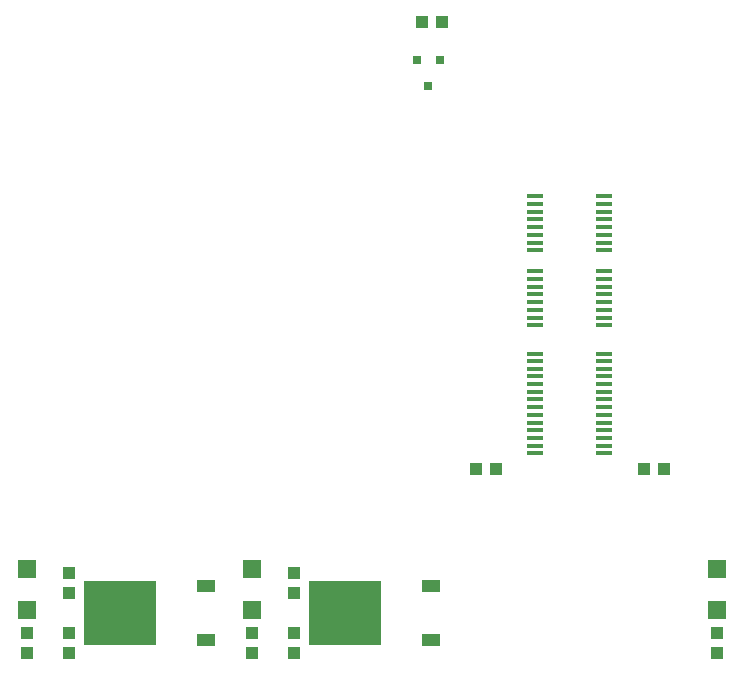
<source format=gtp>
G75*
%MOIN*%
%OFA0B0*%
%FSLAX24Y24*%
%IPPOS*%
%LPD*%
%AMOC8*
5,1,8,0,0,1.08239X$1,22.5*
%
%ADD10R,0.0394X0.0433*%
%ADD11R,0.2441X0.2126*%
%ADD12R,0.0630X0.0394*%
%ADD13R,0.0591X0.0591*%
%ADD14R,0.0300X0.0300*%
%ADD15R,0.0433X0.0394*%
%ADD16R,0.0580X0.0140*%
D10*
X004504Y002165D03*
X004504Y002835D03*
X004504Y004165D03*
X004504Y004835D03*
X012004Y004835D03*
X012004Y004165D03*
X012004Y002835D03*
X012004Y002165D03*
X018069Y008300D03*
X018738Y008300D03*
X023669Y008300D03*
X024338Y008300D03*
X016938Y023200D03*
X016269Y023200D03*
D11*
X013720Y003500D03*
X006220Y003500D03*
D12*
X009094Y002602D03*
X009094Y004398D03*
X016594Y004398D03*
X016594Y002602D03*
D13*
X010604Y003611D03*
X010604Y004989D03*
X003104Y004989D03*
X003104Y003611D03*
X026104Y003611D03*
X026104Y004989D03*
D14*
X016494Y021080D03*
X016134Y021934D03*
X016889Y021934D03*
D15*
X003104Y002165D03*
X003104Y002835D03*
X010604Y002835D03*
X010604Y002165D03*
X026104Y002165D03*
X026104Y002835D03*
D16*
X022354Y008840D03*
X022354Y009090D03*
X022354Y009350D03*
X022354Y009600D03*
X022354Y009860D03*
X022354Y010120D03*
X022354Y010370D03*
X022354Y010630D03*
X022354Y010880D03*
X022354Y011140D03*
X022354Y011400D03*
X022354Y011650D03*
X022354Y011910D03*
X022354Y012160D03*
X022354Y013100D03*
X022354Y013360D03*
X022354Y013620D03*
X022354Y013870D03*
X022354Y014130D03*
X022354Y014380D03*
X022354Y014640D03*
X022354Y014900D03*
X022354Y015600D03*
X022354Y015860D03*
X022354Y016120D03*
X022354Y016370D03*
X022354Y016630D03*
X022354Y016880D03*
X022354Y017140D03*
X022354Y017400D03*
X020054Y017400D03*
X020054Y017140D03*
X020054Y016880D03*
X020054Y016630D03*
X020054Y016370D03*
X020054Y016120D03*
X020054Y015860D03*
X020054Y015600D03*
X020054Y014900D03*
X020054Y014640D03*
X020054Y014380D03*
X020054Y014130D03*
X020054Y013870D03*
X020054Y013620D03*
X020054Y013360D03*
X020054Y013100D03*
X020054Y012160D03*
X020054Y011910D03*
X020054Y011650D03*
X020054Y011400D03*
X020054Y011140D03*
X020054Y010880D03*
X020054Y010630D03*
X020054Y010370D03*
X020054Y010120D03*
X020054Y009860D03*
X020054Y009600D03*
X020054Y009350D03*
X020054Y009090D03*
X020054Y008840D03*
M02*

</source>
